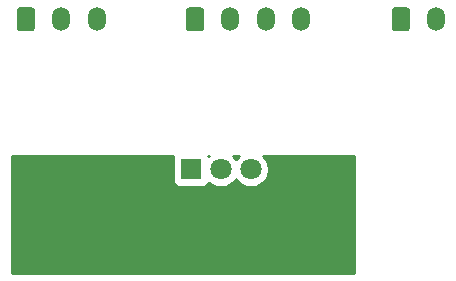
<source format=gbr>
G04 #@! TF.GenerationSoftware,KiCad,Pcbnew,5.1.3-ffb9f22~84~ubuntu18.10.1*
G04 #@! TF.CreationDate,2019-10-10T16:21:08+02:00*
G04 #@! TF.ProjectId,upuaut,75707561-7574-42e6-9b69-6361645f7063,rev?*
G04 #@! TF.SameCoordinates,Original*
G04 #@! TF.FileFunction,Copper,L2,Bot*
G04 #@! TF.FilePolarity,Positive*
%FSLAX46Y46*%
G04 Gerber Fmt 4.6, Leading zero omitted, Abs format (unit mm)*
G04 Created by KiCad (PCBNEW 5.1.3-ffb9f22~84~ubuntu18.10.1) date 2019-10-10 16:21:08*
%MOMM*%
%LPD*%
G04 APERTURE LIST*
%ADD10C,0.100000*%
%ADD11C,1.500000*%
%ADD12O,1.500000X2.020000*%
%ADD13R,1.800000X1.800000*%
%ADD14C,1.800000*%
%ADD15C,0.254000*%
G04 APERTURE END LIST*
D10*
G36*
X105934504Y-49791204D02*
G01*
X105958773Y-49794804D01*
X105982571Y-49800765D01*
X106005671Y-49809030D01*
X106027849Y-49819520D01*
X106048893Y-49832133D01*
X106068598Y-49846747D01*
X106086777Y-49863223D01*
X106103253Y-49881402D01*
X106117867Y-49901107D01*
X106130480Y-49922151D01*
X106140970Y-49944329D01*
X106149235Y-49967429D01*
X106155196Y-49991227D01*
X106158796Y-50015496D01*
X106160000Y-50040000D01*
X106160000Y-51560000D01*
X106158796Y-51584504D01*
X106155196Y-51608773D01*
X106149235Y-51632571D01*
X106140970Y-51655671D01*
X106130480Y-51677849D01*
X106117867Y-51698893D01*
X106103253Y-51718598D01*
X106086777Y-51736777D01*
X106068598Y-51753253D01*
X106048893Y-51767867D01*
X106027849Y-51780480D01*
X106005671Y-51790970D01*
X105982571Y-51799235D01*
X105958773Y-51805196D01*
X105934504Y-51808796D01*
X105910000Y-51810000D01*
X104910000Y-51810000D01*
X104885496Y-51808796D01*
X104861227Y-51805196D01*
X104837429Y-51799235D01*
X104814329Y-51790970D01*
X104792151Y-51780480D01*
X104771107Y-51767867D01*
X104751402Y-51753253D01*
X104733223Y-51736777D01*
X104716747Y-51718598D01*
X104702133Y-51698893D01*
X104689520Y-51677849D01*
X104679030Y-51655671D01*
X104670765Y-51632571D01*
X104664804Y-51608773D01*
X104661204Y-51584504D01*
X104660000Y-51560000D01*
X104660000Y-50040000D01*
X104661204Y-50015496D01*
X104664804Y-49991227D01*
X104670765Y-49967429D01*
X104679030Y-49944329D01*
X104689520Y-49922151D01*
X104702133Y-49901107D01*
X104716747Y-49881402D01*
X104733223Y-49863223D01*
X104751402Y-49846747D01*
X104771107Y-49832133D01*
X104792151Y-49819520D01*
X104814329Y-49809030D01*
X104837429Y-49800765D01*
X104861227Y-49794804D01*
X104885496Y-49791204D01*
X104910000Y-49790000D01*
X105910000Y-49790000D01*
X105934504Y-49791204D01*
X105934504Y-49791204D01*
G37*
D11*
X105410000Y-50800000D03*
D12*
X108410000Y-50800000D03*
X111410000Y-50800000D03*
D10*
G36*
X137684504Y-49791204D02*
G01*
X137708773Y-49794804D01*
X137732571Y-49800765D01*
X137755671Y-49809030D01*
X137777849Y-49819520D01*
X137798893Y-49832133D01*
X137818598Y-49846747D01*
X137836777Y-49863223D01*
X137853253Y-49881402D01*
X137867867Y-49901107D01*
X137880480Y-49922151D01*
X137890970Y-49944329D01*
X137899235Y-49967429D01*
X137905196Y-49991227D01*
X137908796Y-50015496D01*
X137910000Y-50040000D01*
X137910000Y-51560000D01*
X137908796Y-51584504D01*
X137905196Y-51608773D01*
X137899235Y-51632571D01*
X137890970Y-51655671D01*
X137880480Y-51677849D01*
X137867867Y-51698893D01*
X137853253Y-51718598D01*
X137836777Y-51736777D01*
X137818598Y-51753253D01*
X137798893Y-51767867D01*
X137777849Y-51780480D01*
X137755671Y-51790970D01*
X137732571Y-51799235D01*
X137708773Y-51805196D01*
X137684504Y-51808796D01*
X137660000Y-51810000D01*
X136660000Y-51810000D01*
X136635496Y-51808796D01*
X136611227Y-51805196D01*
X136587429Y-51799235D01*
X136564329Y-51790970D01*
X136542151Y-51780480D01*
X136521107Y-51767867D01*
X136501402Y-51753253D01*
X136483223Y-51736777D01*
X136466747Y-51718598D01*
X136452133Y-51698893D01*
X136439520Y-51677849D01*
X136429030Y-51655671D01*
X136420765Y-51632571D01*
X136414804Y-51608773D01*
X136411204Y-51584504D01*
X136410000Y-51560000D01*
X136410000Y-50040000D01*
X136411204Y-50015496D01*
X136414804Y-49991227D01*
X136420765Y-49967429D01*
X136429030Y-49944329D01*
X136439520Y-49922151D01*
X136452133Y-49901107D01*
X136466747Y-49881402D01*
X136483223Y-49863223D01*
X136501402Y-49846747D01*
X136521107Y-49832133D01*
X136542151Y-49819520D01*
X136564329Y-49809030D01*
X136587429Y-49800765D01*
X136611227Y-49794804D01*
X136635496Y-49791204D01*
X136660000Y-49790000D01*
X137660000Y-49790000D01*
X137684504Y-49791204D01*
X137684504Y-49791204D01*
G37*
D11*
X137160000Y-50800000D03*
D12*
X140160000Y-50800000D03*
D10*
G36*
X120254504Y-49791204D02*
G01*
X120278773Y-49794804D01*
X120302571Y-49800765D01*
X120325671Y-49809030D01*
X120347849Y-49819520D01*
X120368893Y-49832133D01*
X120388598Y-49846747D01*
X120406777Y-49863223D01*
X120423253Y-49881402D01*
X120437867Y-49901107D01*
X120450480Y-49922151D01*
X120460970Y-49944329D01*
X120469235Y-49967429D01*
X120475196Y-49991227D01*
X120478796Y-50015496D01*
X120480000Y-50040000D01*
X120480000Y-51560000D01*
X120478796Y-51584504D01*
X120475196Y-51608773D01*
X120469235Y-51632571D01*
X120460970Y-51655671D01*
X120450480Y-51677849D01*
X120437867Y-51698893D01*
X120423253Y-51718598D01*
X120406777Y-51736777D01*
X120388598Y-51753253D01*
X120368893Y-51767867D01*
X120347849Y-51780480D01*
X120325671Y-51790970D01*
X120302571Y-51799235D01*
X120278773Y-51805196D01*
X120254504Y-51808796D01*
X120230000Y-51810000D01*
X119230000Y-51810000D01*
X119205496Y-51808796D01*
X119181227Y-51805196D01*
X119157429Y-51799235D01*
X119134329Y-51790970D01*
X119112151Y-51780480D01*
X119091107Y-51767867D01*
X119071402Y-51753253D01*
X119053223Y-51736777D01*
X119036747Y-51718598D01*
X119022133Y-51698893D01*
X119009520Y-51677849D01*
X118999030Y-51655671D01*
X118990765Y-51632571D01*
X118984804Y-51608773D01*
X118981204Y-51584504D01*
X118980000Y-51560000D01*
X118980000Y-50040000D01*
X118981204Y-50015496D01*
X118984804Y-49991227D01*
X118990765Y-49967429D01*
X118999030Y-49944329D01*
X119009520Y-49922151D01*
X119022133Y-49901107D01*
X119036747Y-49881402D01*
X119053223Y-49863223D01*
X119071402Y-49846747D01*
X119091107Y-49832133D01*
X119112151Y-49819520D01*
X119134329Y-49809030D01*
X119157429Y-49800765D01*
X119181227Y-49794804D01*
X119205496Y-49791204D01*
X119230000Y-49790000D01*
X120230000Y-49790000D01*
X120254504Y-49791204D01*
X120254504Y-49791204D01*
G37*
D11*
X119730000Y-50800000D03*
D12*
X122730000Y-50800000D03*
X125730000Y-50800000D03*
X128730000Y-50800000D03*
D13*
X119380000Y-63500000D03*
D14*
X121920000Y-63500000D03*
X124460000Y-63500000D03*
D15*
G36*
X117854188Y-62475518D02*
G01*
X117841928Y-62600000D01*
X117841928Y-64400000D01*
X117854188Y-64524482D01*
X117890498Y-64644180D01*
X117949463Y-64754494D01*
X118028815Y-64851185D01*
X118125506Y-64930537D01*
X118235820Y-64989502D01*
X118355518Y-65025812D01*
X118480000Y-65038072D01*
X120280000Y-65038072D01*
X120404482Y-65025812D01*
X120524180Y-64989502D01*
X120634494Y-64930537D01*
X120731185Y-64851185D01*
X120810537Y-64754494D01*
X120869502Y-64644180D01*
X120875056Y-64625873D01*
X120941495Y-64692312D01*
X121192905Y-64860299D01*
X121472257Y-64976011D01*
X121768816Y-65035000D01*
X122071184Y-65035000D01*
X122367743Y-64976011D01*
X122647095Y-64860299D01*
X122898505Y-64692312D01*
X123112312Y-64478505D01*
X123190000Y-64362237D01*
X123267688Y-64478505D01*
X123481495Y-64692312D01*
X123732905Y-64860299D01*
X124012257Y-64976011D01*
X124308816Y-65035000D01*
X124611184Y-65035000D01*
X124907743Y-64976011D01*
X125187095Y-64860299D01*
X125438505Y-64692312D01*
X125652312Y-64478505D01*
X125820299Y-64227095D01*
X125936011Y-63947743D01*
X125995000Y-63651184D01*
X125995000Y-63348816D01*
X125936011Y-63052257D01*
X125820299Y-62772905D01*
X125652312Y-62521495D01*
X125487817Y-62357000D01*
X133223000Y-62357000D01*
X133223000Y-72263000D01*
X104267000Y-72263000D01*
X104267000Y-62357000D01*
X117890140Y-62357000D01*
X117854188Y-62475518D01*
X117854188Y-62475518D01*
G37*
X117854188Y-62475518D02*
X117841928Y-62600000D01*
X117841928Y-64400000D01*
X117854188Y-64524482D01*
X117890498Y-64644180D01*
X117949463Y-64754494D01*
X118028815Y-64851185D01*
X118125506Y-64930537D01*
X118235820Y-64989502D01*
X118355518Y-65025812D01*
X118480000Y-65038072D01*
X120280000Y-65038072D01*
X120404482Y-65025812D01*
X120524180Y-64989502D01*
X120634494Y-64930537D01*
X120731185Y-64851185D01*
X120810537Y-64754494D01*
X120869502Y-64644180D01*
X120875056Y-64625873D01*
X120941495Y-64692312D01*
X121192905Y-64860299D01*
X121472257Y-64976011D01*
X121768816Y-65035000D01*
X122071184Y-65035000D01*
X122367743Y-64976011D01*
X122647095Y-64860299D01*
X122898505Y-64692312D01*
X123112312Y-64478505D01*
X123190000Y-64362237D01*
X123267688Y-64478505D01*
X123481495Y-64692312D01*
X123732905Y-64860299D01*
X124012257Y-64976011D01*
X124308816Y-65035000D01*
X124611184Y-65035000D01*
X124907743Y-64976011D01*
X125187095Y-64860299D01*
X125438505Y-64692312D01*
X125652312Y-64478505D01*
X125820299Y-64227095D01*
X125936011Y-63947743D01*
X125995000Y-63651184D01*
X125995000Y-63348816D01*
X125936011Y-63052257D01*
X125820299Y-62772905D01*
X125652312Y-62521495D01*
X125487817Y-62357000D01*
X133223000Y-62357000D01*
X133223000Y-72263000D01*
X104267000Y-72263000D01*
X104267000Y-62357000D01*
X117890140Y-62357000D01*
X117854188Y-62475518D01*
G36*
X123267688Y-62521495D02*
G01*
X123190000Y-62637763D01*
X123112312Y-62521495D01*
X122947817Y-62357000D01*
X123432183Y-62357000D01*
X123267688Y-62521495D01*
X123267688Y-62521495D01*
G37*
X123267688Y-62521495D02*
X123190000Y-62637763D01*
X123112312Y-62521495D01*
X122947817Y-62357000D01*
X123432183Y-62357000D01*
X123267688Y-62521495D01*
G36*
X120875056Y-62374127D02*
G01*
X120869860Y-62357000D01*
X120892183Y-62357000D01*
X120875056Y-62374127D01*
X120875056Y-62374127D01*
G37*
X120875056Y-62374127D02*
X120869860Y-62357000D01*
X120892183Y-62357000D01*
X120875056Y-62374127D01*
M02*

</source>
